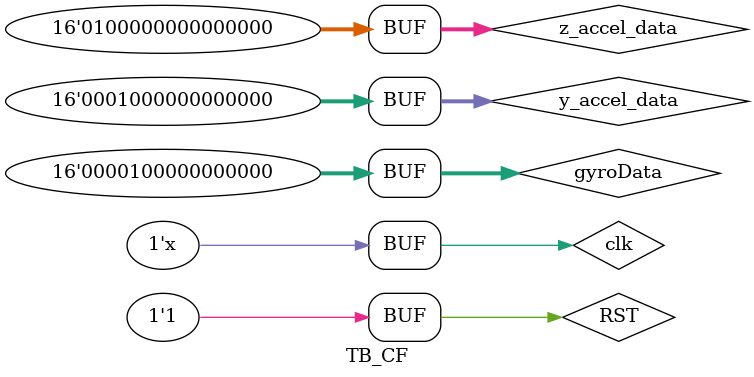
<source format=v>
`timescale 1ns / 1ps


module TB_CF;

	// Inputs
	reg [15:0] gyroData;
	reg [15:0] y_accel_data;
	reg [15:0] z_accel_data;
	reg clk;
	reg RST;

	// Outputs
	wire [15:0] x_temp;
	wire [31:0] x_final;

	// Instantiate the Unit Under Test (UUT)
	CF uut (
		.gyroData(gyroData), 
		.y_accel_data(y_accel_data), 
		.z_accel_data(z_accel_data), 
		.clk(clk), 
		.RST(RST),
		.x_temp(x_temp), 
		.x_final(x_final)
	);

	initial begin
		clk = 0;RST=0;
		// Initialize Inputs
		
		#50 RST=1; gyroData = 16'h0080;y_accel_data = 16'h1000;z_accel_data = 16'h1000;
		#50 gyroData = 16'h0100;y_accel_data = 16'h1000;z_accel_data = 16'h1000;
		#50 gyroData = 16'h0200;y_accel_data = 16'h1000;z_accel_data = 16'h2000;
		#50 gyroData = 16'h0400;y_accel_data = 16'h1000;z_accel_data = 16'h3000;
		#50 gyroData = 16'h0800;y_accel_data = 16'h1000;z_accel_data = 16'h4000;


		// Wait 100 ns for global reset to finish
		#100;
        
		// Add stimulus here
	end
      
		always begin
		#10 clk = ~clk;
		end
		
		
		
endmodule


</source>
